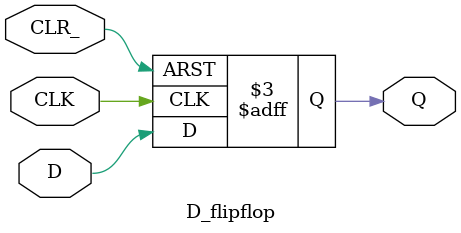
<source format=v>
module CLA6(
    out, c_out,
    in_A, in_B, c_in, clk, rst
    );
    output[5:0] out;
    output c_out;
    input[5:0] in_A, in_B;
    input c_in, clk, rst;
    wire [5:0] a;
    wire [5:0] b;
    wire [5:0] s;
    wire [5:0] p;
    wire [5:0] g;
    wire [6:0] c;
    wire p0c_in;
    wire p1p0c_in, p1g0;
    wire p2g1, p2p1g0, p2p1p0c_in;
    wire p3c3;
    wire p4g3, p4p3c3;
    wire p5g4, p5p4g3, p5p4p3c3;
   
    D_flipflop d_ff0(c[0], c_in, clk, rst);
    
    D_flipflop d_ff1(a[0], in_A[0], clk, rst);
    D_flipflop d_ff2(b[0], in_B[0], clk, rst);
    
    D_flipflop d_ff3(a[1], in_A[1], clk, rst);
    D_flipflop d_ff4(b[1], in_B[1], clk, rst);
    
    D_flipflop d_ff5(a[2], in_A[2], clk, rst);
    D_flipflop d_ff6(b[2], in_B[2], clk, rst);   
     
    D_flipflop d_ff7(a[3], in_A[3], clk, rst);
    D_flipflop d_ff8(b[3], in_B[3], clk, rst);  
    
    D_flipflop d_ff9(a[4], in_A[4], clk, rst);
    D_flipflop d_ff10(b[4], in_B[4], clk, rst);  
    
    D_flipflop d_ff11(a[5], in_A[5], clk, rst);
    D_flipflop d_ff12(b[5], in_B[5], clk, rst);  
    

    or (p[0], a[0], b[0]);
    or (p[1], a[1], b[1]);
    or (p[2], a[2], b[2]);
    or (p[3], a[3], b[3]);
    or (p[4], a[4], b[4]);
    or (p[5], a[5], b[5]);
    
    and (g[0], a[0], b[0]);
    and (g[1], a[1], b[1]);
    and (g[2], a[2], b[2]);
    and (g[3], a[3], b[3]);
    and (g[4], a[4], b[4]);
    and (g[5], a[5], b[5]);
    
    and (p0c_in, p[0], c[0]);
    or (c[1], g[0], p0c_in);
    
    and (p1p0c_in, p[1], p[0], c[0]);
    and (p1g0, p[1], g[0]);
    or (c[2], g[1], p1g0, p1p0c_in);
    
    and (p2g1, p[2], g[1]);
    and (p2p1g0, p[2], g[1], g[0]);
    and (p2p1p0c_in, p[2], p[1], p[0], c[0]);
    or (c[3], g[2], p2g1, p2p1g0, p2p1p0c_in);
    
    and (p3c3, p[3], c[3]);
    or (c[4], g[3], p3c3);
    
    and (p4g3, p[4], g[3]);
    and (p4p3c3, p[4], p[3], c[3]);
    or (c[5], g[4], p4g3, p4p3c3);
    
    and (p5g4, p[5], g[4]);
    and (p5p4g3, p[5], p[4], g[3]);
    and (p5p4p3c3, p[5], p[4], p[3], c[3]);
    or (c[6], g[5], p5g4, p5p4g3, p5p4p3c3);


    xor (s[0], c[0], a[0], b[0]);
    D_flipflop d_ff13(out[0], s[0], clk, rst);
    
    xor (s[1], c[1], a[1], b[1]);
    D_flipflop d_ff14(out[1], s[1], clk, rst);
    
    xor (s[2], c[2], a[2], b[2]);
    D_flipflop d_ff15(out[2], s[2], clk, rst);
    
    xor (s[3], c[3], a[3], b[3]);
    D_flipflop d_ff16(out[3], s[3], clk, rst);
    
    xor (s[4], c[4], a[4], b[4]);
    D_flipflop d_ff17(out[4], s[4], clk, rst);
    
    xor (s[5], c[5], a[5], b[5]);
    D_flipflop d_ff18(out[5], s[5], clk, rst);
    
    D_flipflop d_ff19(c_out, c[6], clk, rst);
    
endmodule

module D_flipflop(Q, D, CLK, CLR_);
    output reg Q;
    input D, CLK, CLR_;
    
    always @(posedge CLK or negedge CLR_)
    begin
    if (CLR_ == 0)
        Q <= 0;
    else
        Q <= D;
    end
endmodule

</source>
